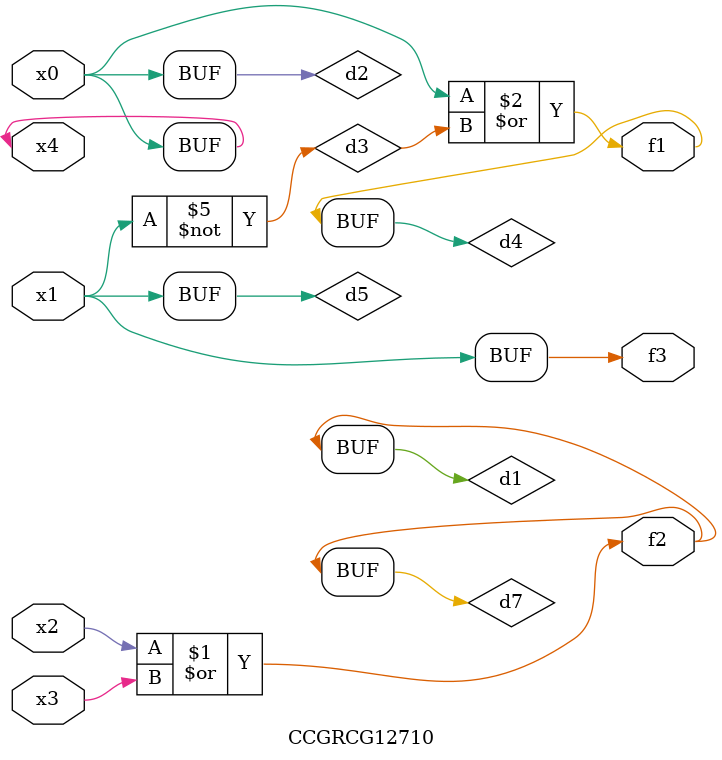
<source format=v>
module CCGRCG12710(
	input x0, x1, x2, x3, x4,
	output f1, f2, f3
);

	wire d1, d2, d3, d4, d5, d6, d7;

	or (d1, x2, x3);
	buf (d2, x0, x4);
	not (d3, x1);
	or (d4, d2, d3);
	not (d5, d3);
	nand (d6, d1, d3);
	or (d7, d1);
	assign f1 = d4;
	assign f2 = d7;
	assign f3 = d5;
endmodule

</source>
